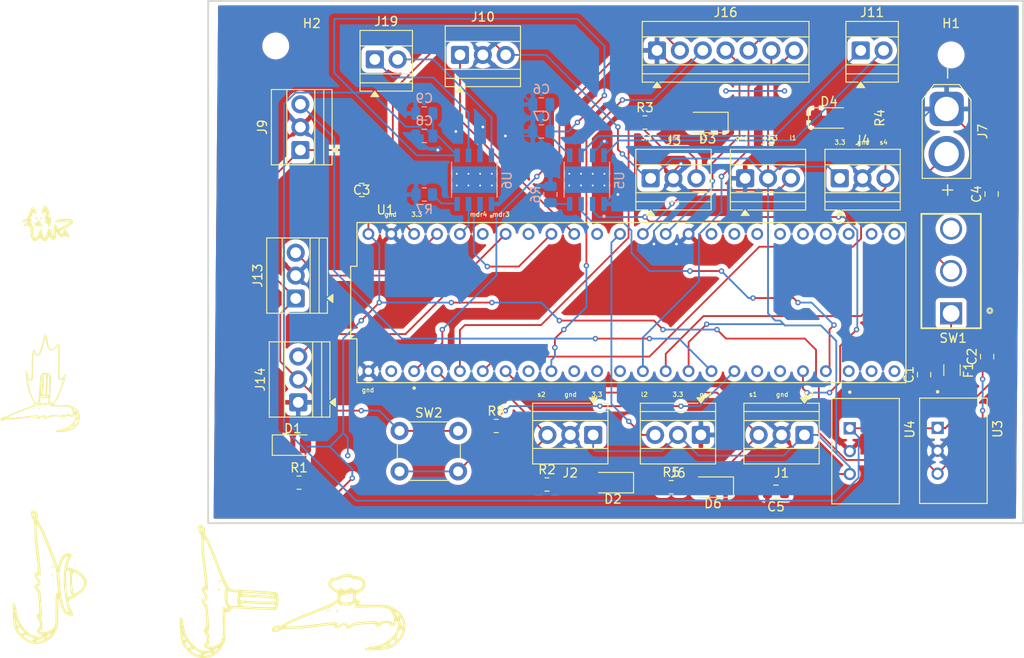
<source format=kicad_pcb>
(kicad_pcb (version 20241229) (generator "pcbnew") (generator_version "9.0")
  (layers (0 "F.Cu" signal) (2 "B.Cu" signal) (13 "F.Paste" user) (15 "B.Paste" user) (5 "F.SilkS" user "F.Silkscreen") (7 "B.SilkS" user "B.Silkscreen") (1 "F.Mask" user) (3 "B.Mask" user) (25 "Edge.Cuts" user))
  (net 0 "")
  (net 1 "+12V")
  (net 2 "+5V")
  (net 3 "+3.3V")
  (net 4 "s2")
  (net 5 "s3")
  (net 6 "s4")
  (net 7 "Net-(SW1-A)")
  (net 8 "s1")
  (net 9 "L1")
  (net 10 "L2")
  (net 11 "start")
  (net 13 "Net-(U5-ILIM)")
  (net 15 "unconnected-(U1-RX1-Pad0)")
  (net 16 "MOSI")
  (net 18 "unconnected-(U1-A7-Pad21)")
  (net 20 "GND")
  (net 21 "Net-(D1-A)")
  (net 23 "CE")
  (net 28 "SCK")
  (net 29 "MISO")
  (net 32 "mdr4")
  (net 33 "Net-(J11-Pin_2)")
  (net 34 "Net-(J11-Pin_1)")
  (net 35 "Net-(J7-Pin_2)")
  (net 36 "Net-(D2-A)")
  (net 37 "Net-(D3-A)")
  (net 38 "Net-(D4-A)")
  (net 39 "Net-(D6-A)")
  (net 40 "mdr1")
  (net 41 "mdr2")
  (net 42 "mdr3")
  (net 46 "s5")
  (net 47 "s6")
  (net 48 "L4")
  (net 49 "L3")
  (net 50 "~CSN")
  (net 52 "Net-(J19-Pin_1)")
  (net 53 "Net-(J19-Pin_2)")
  (net 54 "Net-(U6-ILIM)")
  (net 57 "GPIO pin")
  (footprint "pleseowrk:voltageregulator" (layer "F.Cu") (at 158.25 111.96 -90)
    (property "Reference" "U3")
    (property "Value" "R-78K5.0-0.5 (vr 5v)")
  )
  (footprint "Capacitor_SMD:C_0805_2012Metric" (layer "F.Cu") (at 92.55 83)
    (property "Reference" "C3")
    (property "Value" "0.1uF")
  )
  (footprint "Fuse:Fuse_1206_3216Metric" (layer "F.Cu") (at 158.1 103 -90)
    (property "Reference" "F1")
    (property "Value" "Fuse")
  )
  (footprint "Resistor_SMD:R_0805_2012Metric" (layer "F.Cu") (at 113.1225 115.7)
    (property "Reference" "R2")
    (property "Value" "R_US")
  )
  (footprint "Capacitor_SMD:C_0805_2012Metric" (layer "F.Cu") (at 162 101.5 90)
    (property "Reference" "C2")
    (property "Value" "10 uF")
  )
  (footprint "TerminalBlock:TerminalBlock_Xinya_XY308-2.54-3P_1x03_P2.54mm_Horizontal" (layer "F.Cu") (at 130.21 110.2 180)
    (property "Reference" "J6")
    (property "Value" "line 2")
  )
  (footprint "LOGO" (layer "F.Cu") (at 58 126 -90)
    (property "Reference" "G***" (hide yes))
    (property "Value" "LOGO" (hide yes))
  )
  (footprint "TerminalBlock:TerminalBlock_Xinya_XY308-2.54-2P_1x02_P2.54mm_Horizontal" (layer "F.Cu") (at 94 68.5)
    (property "Reference" "J19")
    (property "Value" "motor 2")
  )
  (footprint "LOGO" (layer "F.Cu") (at 58 87)
    (property "Reference" "G***" (hide yes))
    (property "Value" "LOGO" (hide yes))
  )
  (footprint "TerminalBlock:TerminalBlock_Xinya_XY308-2.54-3P_1x03_P2.54mm_Horizontal" (layer "F.Cu") (at 135.13 81.7)
    (property "Reference" "J5")
    (property "Value" "line 1")
  )
  (footprint "TerminalBlock:TerminalBlock_Xinya_XY308-2.54-3P_1x03_P2.54mm_Horizontal" (layer "F.Cu") (at 85.5 106.58 90)
    (property "Reference" "J14")
    (property "Value" "line 4")
  )
  (footprint "LED_SMD:LED_1206_3216Metric" (layer "F.Cu") (at 84.9 111.33)
    (property "Reference" "D1")
    (property "Value" "LED")
  )
  (footprint "TerminalBlock:TerminalBlock_Xinya_XY308-2.54-7P_1x07_P2.54mm_Horizontal" (layer "F.Cu") (at 125.34 67.5)
    (property "Reference" "J16")
    (property "Value" "Screw_Terminal_01x07")
  )
  (footprint "pleseowrk:teensy" (layer "F.Cu") (at 122.5 95.5)
    (property "Reference" "U1")
    (property "Value" "DEV-16771")
  )
  (footprint "Resistor_SMD:R_0805_2012Metric" (layer "F.Cu") (at 150.0875 75 180)
    (property "Reference" "R4")
    (property "Value" "R_US")
  )
  (footprint "LOGO" (layer "F.Cu") (at 57 104.5)
    (property "Reference" "G***" (hide yes))
    (property "Value" "LOGO" (hide yes))
  )
  (footprint "LED_SMD:LED_1206_3216Metric" (layer "F.Cu") (at 130.95 75.5 180)
    (property "Reference" "D3")
    (property "Value" "LED")
  )
  (footprint "TerminalBlock:TerminalBlock_Xinya_XY308-2.54-2P_1x02_P2.54mm_Horizontal" (layer "F.Cu") (at 147.96 67.5)
    (property "Reference" "J11")
    (property "Value" "motor 1")
  )
  (footprint "Connector_AMASS:AMASS_XT30U-F_1x02_P5.0mm_Vertical" (layer "F.Cu") (at 157.5 74 -90)
    (property "Reference" "J7")
    (property "Value" "Battery")
  )
  (footprint "LED_SMD:LED_1206_3216Metric" (layer "F.Cu") (at 131.55 116 180)
    (property "Reference" "D6")
    (property "Value" "LED")
  )
  (footprint "TerminalBlock:TerminalBlock_Xinya_XY308-2.54-3P_1x03_P2.54mm_Horizontal" (layer "F.Cu") (at 85.735 78.5625 90)
    (property "Reference" "J9")
    (property "Value" "distance 5")
  )
  (footprint "pleseowrk:voltageregulator" (layer "F.Cu") (at 148.5 112 -90)
    (property "Reference" "U4")
    (property "Value" "R-78K5.0-0.5 (vr 3.3v)")
  )
  (footprint "Resistor_SMD:R_0805_2012Metric" (layer "F.Cu") (at 126.9125 116)
    (property "Reference" "R5")
    (property "Value" "R_US")
  )
  (footprint "TerminalBlock:TerminalBlock_Xinya_XY308-2.54-3P_1x03_P2.54mm_Horizontal" (layer "F.Cu") (at 124.63 81.7)
    (property "Reference" "J3")
    (property "Value" "distance 3")
  )
  (footprint "Button_Switch_THT:SW_PUSH_6mm" (layer "F.Cu") (at 96.75 109.75)
    (property "Reference" "SW2")
    (property "Value" "SW_Push")
  )
  (footprint "LOGO" (layer "F.Cu") (at 78 127.5 -90)
    (property "Reference" "G***" (hide yes))
    (property "Value" "LOGO" (hide yes))
  )
  (footprint "TerminalBlock:TerminalBlock_Xinya_XY308-2.54-3P_1x03_P2.54mm_Horizontal" (layer "F.Cu") (at 141.71 110.2 180)
    (property "Reference" "J1")
    (property "Value" "distance 1")
  )
  (footprint "TerminalBlock:TerminalBlock_Xinya_XY308-2.54-3P_1x03_P2.54mm_Horizontal" (layer "F.Cu") (at 85.2175 95.045 90)
    (property "Reference" "J13")
    (property "Value" "distance 6")
  )
  (footprint "MountingHole:MountingHole_2.5mm" (layer "F.Cu") (at 83 67)
    (property "Reference" "H2")
    (property "Value" "MountingHole")
  )
  (footprint "pleseowrk:switch" (layer "F.Cu") (at 158 92 180)
    (property "Reference" "SW1")
    (property "Value" "SW_SPDT")
  )
  (footprint "Resistor_SMD:R_0805_2012Metric" (layer "F.Cu") (at 124 75.5)
    (property "Reference" "R3")
    (property "Value" "R_US")
  )
  (footprint "MountingHole:MountingHole_2.5mm" (layer "F.Cu") (at 158 68)
    (property "Reference" "H1")
    (property "Value" "MountingHole")
  )
  (footprint "LED_SMD:LED_1206_3216Metric" (layer "F.Cu") (at 120.45 115.5 180)
    (property "Reference" "D2")
    (property "Value" "LED")
  )
  (footprint "Resistor_SMD:R_0805_2012Metric" (layer "F.Cu") (at 107.48 109.2)
    (property "Reference" "R8")
    (property "Value" "R_US")
  )
  (footprint "TerminalBlock:TerminalBlock_Xinya_XY308-2.54-3P_1x03_P2.54mm_Horizontal" (layer "F.Cu") (at 103.46 68)
    (property "Reference" "J10")
    (property "Value" "start")
  )
  (footprint "LED_SMD:LED_1206_3216Metric" (layer "F.Cu") (at 144.45 75)
    (property "Reference" "D4")
    (property "Value" "LED")
  )
  (footprint "TerminalBlock:TerminalBlock_Xinya_XY308-2.54-3P_1x03_P2.54mm_Horizontal" (layer "F.Cu") (at 118.25 110.2 180)
    (property "Reference" "J2")
    (property "Value" "distance 2")
  )
  (footprint "Capacitor_SMD:C_0805_2012Metric" (layer "F.Cu") (at 162.5 83.45 90)
    (property "Reference" "C4")
    (property "Value" "10uF")
  )
  (footprint "TerminalBlock:TerminalBlock_Xinya_XY308-2.54-3P_1x03_P2.54mm_Horizontal" (layer "F.Cu") (at 145.63 81.7)
    (property "Reference" "J4")
    (property "Value" "distance 4")
  )
  (footprint "Resistor_SMD:R_0805_2012Metric" (layer "F.Cu") (at 85.5875 115.5)
    (property "Reference" "R1")
    (property "Value" "R_US")
  )
  (footprint "LOGO" (layer "F.Cu") (at 90 130)
    (property "Reference" "G***" (hide yes))
    (property "Value" "LOGO" (hide yes))
  )
  (footprint "Capacitor_SMD:C_0805_2012Metric" (layer "F.Cu") (at 155 103.5 90)
    (property "Reference" "C1")
    (property "Value" "10uF")
  )
  (footprint "Capacitor_SMD:C_0805_2012Metric" (layer "F.Cu") (at 138.55 116.5 180)
    (property "Reference" "C5")
    (property "Value" "10uF")
  )
  (footprint "Resistor_SMD:R_0805_2012Metric" (layer "B.Cu") (at 113.5 83.5 -90)
    (property "Reference" "R6")
    (property "Value" "R_US")
  )
  (footprint "DRV8871DDAR:VREG_LM5017MR_NOPB" (layer "B.Cu") (at 105.05 81.85 90)
    (property "Reference" "U6")
    (property "Value" "motor driver 2")
  )
  (footprint "Capacitor_SMD:C_0805_2012Metric" (layer "B.Cu") (at 112.5 73.5 180)
    (property "Reference" "C6")
    (property "Value" "10 uF")
  )
  (footprint "Capacitor_SMD:C_0805_2012Metric" (layer "B.Cu") (at 99.5 74.5 180)
    (property "Reference" "C9")
    (property "Value" "10 uF")
  )
  (footprint "Capacitor_SMD:C_0805_2012Metric" (layer "B.Cu") (at 99.5 77 180)
    (property "Reference" "C8")
    (property "Value" "10 uF")
  )
  (footprint "DRV8871DDAR:VREG_LM5017MR_NOPB" (layer "B.Cu") (at 117.55 81.85 90)
    (property "Reference" "U5")
    (property "Value" "motor driver 1")
  )
  (footprint "Capacitor_SMD:C_0805_2012Metric" (layer "B.Cu") (at 112.5 76.5 180)
    (property "Reference" "C7")
    (property "Value" "10 uF")
  )
  (footprint "Resistor_SMD:R_0805_2012Metric" (layer "B.Cu") (at 99.5 83.5)
    (property "Reference" "R7")
    (property "Value" "R_US")
  )
  (gr_line (start 157.5 92) (end 158 92) (stroke (width 0.2)) (layer "F.Cu") (net 35))
  (gr_line (start 158 92) (end 157.5 92) (stroke (width 0.2)) (layer "F.Cu") (net 35))
  (gr_line (start 158 93) (end 158 92.5) (stroke (width 0.2)) (layer "B.Cu") (net 35))
  (gr_rect (start 75.5 62) (end 166 120) (stroke (width 0.2)) (fill no) (layer "Edge.Cuts"))
  (gr_text "gnd" (at 134 77.5 0) (layer "F.SilkS") (effects (font (size 0.5 0.5) (thickness 0.1) (bold yes)) (justify left bottom)))
  (gr_text "s3" (at 130 77.5 0) (layer "F.SilkS") (effects (font (size 0.5 0.5) (thickness 0.1) (bold yes)) (justify left bottom)))
  (gr_text "3.3" (at 118 106 0) (layer "F.SilkS") (effects (font (size 0.5 0.5) (thickness 0.1) (bold yes)) (justify left bottom)))
  (gr_text "gnd" (at 92.5 105.5 0) (layer "F.SilkS") (effects (font (size 0.5 0.5) (thickness 0.1) (bold yes)) (justify left bottom)))
  (gr_text "gnd" (at 115 106 0) (layer "F.SilkS") (effects (font (size 0.5 0.5) (thickness 0.1) (bold yes)) (justify left bottom)))
  (gr_text "s4" (at 150 78 0) (layer "F.SilkS") (effects (font (size 0.5 0.5) (thickness 0.1) (bold yes)) (justify left bottom)))
  (gr_text "gnd" (at 95 86 0) (layer "F.SilkS") (effects (font (size 0.5 0.5) (thickness 0.1) (bold yes)) (justify left bottom)))
  (gr_text "3.3" (at 137.5 77.5 0) (layer "F.SilkS") (effects (font (size 0.5 0.5) (thickness 0.1) (bold yes)) (justify left bottom)))
  (gr_text "3.3" (at 127 106 0) (layer "F.SilkS") (effects (font (size 0.5 0.5) (thickness 0.1) (bold yes)) (justify left bottom)))
  (gr_text "3.3" (at 145 78 0) (layer "F.SilkS") (effects (font (size 0.5 0.5) (thickness 0.1) (bold yes)) (justify left bottom)))
  (gr_text "mdr3" (at 107 86 0) (layer "F.SilkS") (effects (font (size 0.5 0.5) (thickness 0.1) (bold yes)) (justify left bottom)))
  (gr_text "gnd" (at 138.5 106 0) (layer "F.SilkS") (effects (font (size 0.5 0.5) (thickness 0.1) (bold yes)) (justify left bottom)))
  (gr_text "l1" (at 140 77.5 0) (layer "F.SilkS") (effects (font (size 0.5 0.5) (thickness 0.1) (bold yes)) (justify left bottom)))
  (gr_text "gnd" (at 130 106 0) (layer "F.SilkS") (effects (font (size 0.5 0.5) (thickness 0.1) (bold yes)) (justify left bottom)))
  (gr_text "gnd" (at 147.5 78 0) (layer "F.SilkS") (effects (font (size 0.5 0.5) (thickness 0.1) (bold yes)) (justify left bottom)))
  (gr_text "3.3" (at 98 86 0) (layer "F.SilkS") (effects (font (size 0.5 0.5) (thickness 0.1) (bold yes)) (justify left bottom)))
  (gr_text "gnd" (at 126.5 77.5 0) (layer "F.SilkS") (effects (font (size 0.5 0.5) (thickness 0.1) (bold yes)) (justify left bottom)))
  (gr_text "3.3" (at 123.5 77.5 0) (layer "F.SilkS") (effects (font (size 0.5 0.5) (thickness 0.1) (bold yes)) (justify left bottom)))
  (gr_text "3.3" (at 141.5 106 0) (layer "F.SilkS") (effects (font (size 0.5 0.5) (thickness 0.1) (bold yes)) (justify left bottom)))
  (gr_text "l2" (at 123.5 106 0) (layer "F.SilkS") (effects (font (size 0.5 0.5) (thickness 0.1) (bold yes)) (justify left bottom)))
  (gr_text "s1" (at 135.5 106 0) (layer "F.SilkS") (effects (font (size 0.5 0.5) (thickness 0.1) (bold yes)) (justify left bottom)))
  (gr_text "mdr4" (at 104.5 86 0) (layer "F.SilkS") (effects (font (size 0.5 0.5) (thickness 0.1) (bold yes)) (justify left bottom)))
  (gr_text "s2" (at 112 106 0) (layer "F.SilkS") (effects (font (size 0.5 0.5) (thickness 0.1) (bold yes)) (justify left bottom)))
  (via (at 133 72) (size 0.6) (drill 0.3) (layers "F.Cu" "B.Cu") (net 0))
  (via (at 139.5 72) (size 0.6) (drill 0.3) (layers "F.Cu" "B.Cu") (net 0))
  (segment (start 133 72) (end 139.5 72) (width 0.2) (layer "B.Cu") (net 0))
  (segment (start 158.1 104.4) (end 158.1 108.699) (width 0.2) (layer "F.Cu") (net 1))
  (segment (start 119.5 72.5) (end 116.5 75.5) (width 0.2) (layer "F.Cu") (net 1))
  (segment (start 157.339 109.46) (end 149.5 109.46) (width 0.2) (layer "F.Cu") (net 1))
  (segment (start 163.9 102.899) (end 163.9 85) (width 0.2) (layer "F.Cu") (net 1))
  (segment (start 162.5 84.4) (end 163.3 84.4) (width 0.2) (layer "F.Cu") (net 1))
  (segment (start 163.3 84.4) (end 163.9 85) (width 0.2) (layer "F.Cu") (net 1))
  (segment (start 160.3995 106.3995) (end 162.1495 104.6495) (width 0.2) (layer "F.Cu") (net 1))
  (segment (start 156.5 109.42) (end 157.379 109.42) (width 0.2) (layer "F.Cu") (net 1))
  (segment (start 157.379 109.42) (end 160.3995 106.3995) (width 0.2) (layer "F.Cu") (net 1))
  (segment (start 162.1495 104.6495) (end 163.9 102.899) (width 0.2) (layer "F.Cu") (net 1))
  (segment (start 149.99 109.46) (end 149.5 109.46) (width 0.2) (layer "F.Cu") (net 1))
  (segment (start 155 104.45) (end 149.99 109.46) (width 0.2) (layer "F.Cu") (net 1))
  (segment (start 158.1 108.699) (end 157.339 109.46) (width 0.2) (layer "F.Cu") (net 1))
  (segment (start 149.5 109.46) (end 147.435 109.46) (width 0.2) (layer "F.Cu") (net 1))
  (via (at 116.5 75.5) (size 0.6) (drill 0.3) (layers "F.Cu" "B.Cu") (net 1))
  (via (at 119.5 72.5) (size 0.6) (drill 0.3) (layers "F.Cu" "B.Cu") (net 1))
  (segment (start 91.9329 117.5) (end 83.9165 109.4836) (width 0.2) (layer "B.Cu") (net 1))
  (segment (start 83.9165 73.461108) (end 85.196108 72.1815) (width 0.2) (layer "B.Cu") (net 1))
  (segment (start 97.43316 75.974) (end 99.03516 75.974) (width 0.2) (layer "B.Cu") (net 1))
  (segment (start 147.73 110.44) (end 147.73 114.94593) (width 0.2) (layer "B.Cu") (net 1))
  (segment (start 146.75 109.46) (end 147.73 110.44) (width 0.2) (layer "B.Cu") (net 1))
  (segment (start 83.9165 109.4836) (end 83.9165 73.461108) (width 0.2) (layer "B.Cu") (net 1))
  (segment (start 99.66942 76.21942) (end 100.45 77) (width 0.2) (layer "B.Cu") (net 1))
  (segment (start 89.5 64) (end 116.5 64) (width 0.2) (layer "B.Cu") (net 1))
  (segment (start 119.5 67) (end 119.5 72.5) (width 0.2) (layer "B.Cu") (net 1))
  (segment (start 99.03516 75.974) (end 99.28058 76.21942) (width 0.2) (layer "B.Cu") (net 1))
  (segment (start 103.145 79.15) (end 98.65 79.15) (width 0.2) (layer "B.Cu") (net 1))
  (segment (start 85.196108 72.1815) (end 93.64066 72.1815) (width 0.2) (layer "B.Cu") (net 1))
  (segment (start 93.64066 72.1815) (end 97.43316 75.974) (width 0.2) (layer "B.Cu") (net 1))
  (segment (start 103.145 79.15) (end 100.995 77) (width 0.2) (layer "B.Cu") (net 1))
  (segment (start 116.5 75.5) (end 115.5 76.5) (width 0.2) (layer "B.Cu") (net 1))
  (segment (start 115.5 76.5) (end 113.45 76.5) (width 0.2) (layer "B.Cu") (net 1))
  (segment (start 113.45 76.5) (end 113 76.5) (width 0.2) (layer "B.Cu") (net 1))
  (segment (start 113.45 76.955) (end 113.45 76.5) (width 0.2) (layer "B.Cu") (net 1))
  (segment (start 99.28058 76.21942) (end 99.66942 76.21942) (width 0.2) (layer "B.Cu") (net 1))
  (segment (start 89.5 70) (end 89.5 64) (width 0.2) (layer "B.Cu") (net 1))
  (segment (start 147.73 114.94593) (end 145.17593 117.5) (width 0.2) (layer "B.Cu") (net 1))
  (segment (start 113.45 73.5) (end 113.45 76.5) (width 0.2) (layer "B.Cu") (net 1))
  (segment (start 116.5 64) (end 119.5 67) (width 0.2) (layer "B.Cu") (net 1))
  (segment (start 115.645 79.15) (end 113.45 76.955) (width 0.2) (layer "B.Cu") (net 1))
  (segment (start 98.65 79.15) (end 89.5 70) (width 0.2) (layer "B.Cu") (net 1))
  (segment (start 100.45 77) (end 100.45 74.5) (width 0.2) (layer "B.Cu") (net 1))
  (segment (start 145.17593 117.5) (end 91.9329 117.5) (width 0.2) (layer "B.Cu") (net 1))
  (segment (start 100.995 77) (end 100.45 77) (width 0.2) (layer "B.Cu") (net 1))
  (segment (start 143.31042 104.31042) (end 143 104) (width 0.2) (layer "F.Cu") (net 2))
  (segment (start 161.5 104) (end 161.5 102.95) (width 0.2) (layer "F.Cu") (net 2))
  (segment (start 154.979 112.979) (end 146.344484 112.979) (width 0.2) (layer "F.Cu") (net 2))
  (segment (start 156.5 114.5) (end 154.979 112.979) (width 0.2) (layer "F.Cu") (net 2))
  (segment (start 84.5 118) (end 84.675 117.825) (width 0.2) (layer "F.Cu") (net 2))
  (segment (start 93.29 87.88) (end 93.29 83.21) (width 0.2) (layer "F.Cu") (net 2))
  (segment (start 84.675 117.825) (end 84.675 115.5) (width 0.2) (layer "F.Cu") (net 2))
  (segment (start 88.5 118) (end 84.5 118) (width 0.2) (layer "F.Cu") (net 2))
  (segment (start 126 98.5) (end 125 97.5) (width 0.2) (layer "F.Cu") (net 2))
  (segment (start 107 95.5) (end 102.5 95.5) (width 0.2) (layer "F.Cu") (net 2))
  (segment (start 143 100.75) (end 141.75 99.5) (width 0.2) (layer "F.Cu") (net 2))
  (segment (start 161.5 102.95) (end 162 102.45) (width 0.2) (layer "F.Cu") (net 2))
  (segment (start 143.31042 109.944936) (end 143.31042 104.31042) (width 0.2) (layer "F.Cu") (net 2))
  (segment (start 125 97.5) (end 114.5 97.5) (width 0.2) (layer "F.Cu") (net 2))
  (segment (start 146.344484 112.979) (end 143.31042 109.944936) (width 0.2) (layer "F.Cu") (net 2))
  (segment (start 133 99.5) (end 132 98.5) (width 0.2) (layer "F.Cu") (net 2))
  (segment (start 143 104) (end 143 100.75) (width 0.2) (layer "F.Cu") (net 2))
  (segment (start 156.55 114.55) (end 156.5 114.5) (width 0.2) (layer "F.Cu") (net 2))
  (segment (start 94.5 95.5) (end 92.5 97.5) (width 0.2) (layer "F.Cu") (net 2))
  (segment (start 91.5 115) (end 88.5 118) (width 0.2) (layer "F.Cu") (net 2))
  (segment (start 141.75 99.5) (end 133 99.5) (width 0.2) (layer "F.Cu") (net 2))
  (segment (start 161.5 109.5) (end 161.5 107.5) (width 0.2) (layer "F.Cu") (net 2))
  (segment (start 156.5 114.5) (end 161.5 109.5) (width 0.2) (layer "F.Cu") (net 2))
  (via (at 161.5 107.5) (size 0.6) (drill 0.3) (layers "F.Cu" "B.Cu") (net 2))
  (via (at 161.5 104) (size 0.6) (drill 0.3) (layers "F.Cu" "B.Cu") (net 2))
  (via (at 107 95.5) (size 0.6) (drill 0.3) (layers "F.Cu" "B.Cu") (net 2))
  (via (at 114.5 97.5) (size 0.6) (drill 0.3) (layers "F.Cu" "B.Cu") (net 2))
  (via (at 132 98.5) (size 0.6) (drill 0.3) (layers "F.Cu" "B.Cu") (net 2))
  (via (at 92.5 97.5) (size 0.6) (drill 0.3) (layers "F.Cu" "B.Cu") (net 2))
  (via (at 91.5 115) (size 0.6) (drill 0.3) (layers "F.Cu" "B.Cu") (net 2))
  (via (at 91 112.5) (size 0.6) (drill 0.3) (layers "F.Cu" "B.Cu") (net 2))
  (via (at 94.5 95.5) (size 0.6) (drill 0.3) (layers "F.Cu" "B.Cu") (net 2))
  (via (at 126 98.5) (size 0.6) (drill 0.3) (layers "F.Cu" "B.Cu") (net 2))
  (via (at 102.5 95.5) (size 0.6) (drill 0.3) (layers "F.Cu" "B.Cu") (net 2))
  (segment (start 132 98.5) (end 126 98.5) (width 0.2) (layer "B.Cu") (net 2))
  (segment (start 89 111.5) (end 91.5 114) (width 0.2) (layer "B.Cu") (net 2))
  (segment (start 90.5 110) (end 89 111.5) (width 0.2) (layer "B.Cu") (net 2))
  (segment (start 91.5 114) (end 91.5 115) (width 0.2) (layer "B.Cu") (net 2))
  (segment (start 112.5 95.5) (end 107 95.5) (width 0.2) (layer "B.Cu") (net 2))
  (segment (start 93.29 87.88) (end 94.5 89.09) (width 0.2) (layer "B.Cu") (net 2))
  (segment (start 102.5 95.5) (end 94.5 95.5) (width 0.2) (layer "B.Cu") (net 2))
  (segment (start 161.5 107.5) (end 161.5 104) (width 0.2) (layer "B.Cu") (net 2))
  (segment (start 156.5 114.5) (end 156 114.5) (width 0.2) (layer "B.Cu") (net 2))
  (segment (start 91 112.5) (end 91 110.5) (width 0.2) (layer "B.Cu") (net 2))
  (segment (start 89 111.5) (end 86.5 111.5) (width 0.2) (layer "B.Cu") (net 2))
  (segment (start 91 110.5) (end 90.5 110) (width 0.2) (layer "B.Cu") (net 2))
  (segment (start 92.5 97.5) (end 90.5 99.5) (width 0.2) (layer "B.Cu") (net 2))
  (segment (start 94.5 89.09) (end 94.5 95.5) (width 0.2) (layer "B.Cu") (net 2))
  (segment (start 90.5 99.5) (end 90.5 110) (width 0.2) (layer "B.Cu") (net 2))
  (segment (start 114.5 97.5) (end 112.5 95.5) (width 0.2) (layer "B.Cu") (net 2))
  (segment (start 85.2175 95.045) (end 83.5 96.7625) (width 0.2) (layer "F.Cu") (net 3))
  (segment (start 106.54 66) (end 102 66) (width 0.2) (layer "F.Cu") (net 3))
  (segment (start 146.75 114.54) (end 141.46 114.54) (width 0.2) (layer "F.Cu") (net 3))
  (segment (start 102 66) (end 96 72) (width 0.2) (layer "F.Cu") (net 3))
  (segment (start 82.5 81.7975) (end 85.735 78.5625) (width 0.2) (layer "F.Cu") (net 3))
  (segment (start 91.5625 78.5625) (end 96 83) (width 0.2) (layer "F.Cu") (net 3))
  (segment (start 137.67 70.41) (end 137.67 81.7) (width 0.2) (layer "F.Cu") (net 3))
  (segment (start 83.5 96.7625) (end 83.5 102.04) (width 0.2) (layer "F.Cu") (net 3))
  (segment (start 96 85.51) (end 98.37 87.88) (width 0.2) (layer "F.Cu") (net 3))
  (segment (start 85.735 78.5625) (end 91.5625 78.5625) (width 0.2) (layer "F.Cu") (net 3))
  (segment (start 85.2175 95.045) (end 82.5 92.3275) (width 0.2) (layer "F.Cu") (net 3))
  (segment (start 141.46 114.54) (end 139.5 116.5) (width 0.2) (layer "F.Cu") (net 3))
  (segment (start 96 72) (end 96 83) (width 0.2) (layer "F.Cu") (net 3))
  (segment (start 121.5 79) (end 121 78.5) (width 0.2) (layer "F.Cu") (net 3))
  (segment (start 121 78.5) (end 121 76) (width 0.2) (layer "F.Cu") (net 3))
  (segment (start 96 83) (end 96 85.51) (width 0.2) (layer "F.Cu") (net 3))
  (segment (start 88.96 107.5) (end 85.5 104.04) (width 0.2) (layer "F.Cu") (net 3))
  (segment (start 140.58 67.5) (end 137.67 70.41) (width 0.2) (layer "F.Cu") (net 3))
  (segment (start 96.75 109.75) (end 103.25 109.75) (width 0.2) (layer "F.Cu") (net 3))
  (segment (start 108.54 68) (end 106.54 66) (width 0.2) (layer "F.Cu") (net 3))
  (segment (start 82.5 92.3275) (end 82.5 81.7975) (width 0.2) (layer "F.Cu") (net 3))
  (segment (start 128.85 103.12) (end 128.85 99.9) (width 0.2) (layer "F.Cu") (net 3))
  (segment (start 92.5 107.5) (end 88.96 107.5) (width 0.2) (layer "F.Cu") (net 3))
  (segment (start 83.5 102.04) (end 85.5 104.04) (width 0.2) (layer "F.Cu") (net 3))
  (segment (start 128.85 99.9) (end 130.85 97.9) (width 0.2) (layer "F.Cu") (net 3))
  (via (at 121.5 79) (size 0.6) (drill 0.3) (layers "F.Cu" "B.Cu") (net 3))
  (via (at 130.85 97.9) (size 0.6) (drill 0.3) (layers "F.Cu" "B.Cu") (net 3))
  (via (at 121 76) (size 0.6) (drill 0.3) (layers "F.Cu" "B.Cu") (net 3))
  (via (at 92.5 107.5) (size 0.6) (drill 0.3) (layers "F.Cu" "B.Cu") (net 3))
  (segment (start 124.63 81.7) (end 124.63 81.87) (width 0.2) (layer "B.Cu") (net 3))
  (segment (start 108.54 68) (end 113 68) (width 0.2) (layer "B.Cu") (net 3))
  (segment (start 118.5 112) (end 125.87 112) (width 0.2) (layer "B.Cu") (net 3))
  (segment (start 146.75 113.75) (end 146.75 114.54) (width 0.2) (layer "B.Cu") (net 3))
  (segment (start 125.87 112) (end 127.67 110.2) (width 0.2) (layer "B.Cu") (net 3))
  (segment (start 124.63 81.7) (end 124.2 81.7) (width 0.2) (layer "B.Cu") (net 3))
  (segment (start 113 68) (end 121 76) (width 0.2) (layer "B.Cu") (net 3))
  (segment (start 139.4 97.9) (end 139.54 98.04) (width 0.2) (layer "B.Cu") (net 3))
  (segment (start 127.67 110.2) (end 129.97 112.5) (width 0.2) (layer "B.Cu") (net 3))
  (segment (start 137.67 96.7) (end 138.47 97.5) (width 0.2) (layer "B.Cu") (net 3))
  (segment (start 145.25 99.75884) (end 145.25 112.25) (width 0.2) (layer "B.Cu") (net 3))
  (segment (start 118.25 111.75) (end 118.5 112) (width 0.2) (layer "B.Cu") (net 3))
  (segment (start 129.97 112.5) (end 139 112.5) (width 0.2) (layer "B.Cu") (net 3))
  (segment (start 141.71 110.2) (end 143.2 110.2) (width 0.2) (layer "B.Cu") (net 3))
  (segment (start 124.63 81.87) (end 127 79.5) (width 0.2) (layer "B.Cu") (net 3))
  (segment (start 124.2 81.7) (end 121.5 79) (width 0.2) (layer "B.Cu") (net 3))
  (segment (start 118.25 110.2) (end 118.25 111.75) (width 0.2) (layer "B.Cu") (net 3))
  (segment (start 137.67 81.7) (end 137.67 96.7) (width 0.2) (layer "B.Cu") (net 3))
  (segment (start 145.25 112.25) (end 146.75 113.75) (width 0.2) (layer "B.Cu") (net 3))
  (segment (start 130.85 97.9) (end 139.4 97.9) (width 0.2) (layer "B.Cu") (net 3))
  (segment (start 96.75 109.75) (end 94.5 107.5) (width 0.2) (layer "B.Cu") (net 3))
  (segment (start 141.71 110.2) (end 139.41 112.5) (width 0.2) (layer "B.Cu") (net 3))
  (segment (start 139 97.5) (end 139.54 98.04) (width 0.2) (layer "B.Cu") (net 3))
  (segment (start 138.47 97.5) (end 139 97.5) (width 0.2) (layer "B.Cu") (net 3))
  (segment (start 139.54 98.04) (end 143.53116 98.04) (width 0.2) (layer "B.Cu") (net 3))
  (segment (start 138.97 80.4) (end 144.33 80.4) (width 0.2) (layer "B.Cu") (net 3))
  (segment (start 139.41 112.5) (end 139 112.5) (width 0.2) (layer "B.Cu") (net 3))
  (segment (start 135.47 79.5) (end 137.67 81.7) (width 0.2) (layer "B.Cu") (net 3))
  (segment (start 127 79.5) (end 135.47 79.5) (width 0.2) (layer "B.Cu") (net 3))
  (segment (start 143.53116 98.04) (end 145.25 99.75884) (width 0.2) (layer "B.Cu") (net 3))
  (segment (start 94.5 107.5) (end 92.5 107.5) (width 0.2) (layer "B.Cu") (net 3))
  (segment (start 143.2 110.2) (end 145.25 112.25) (width 0.2) (layer "B.Cu") (net 3))
  (segment (start 144.33 80.4) (end 145.63 81.7) (width 0.2) (layer "B.Cu") (net 3))
  (segment (start 137.67 81.7) (end 138.97 80.4) (width 0.2) (layer "B.Cu") (net 3))
  (segment (start 107.5 104.53) (end 107.5 104.5) (width 0.2) (layer "F.Cu") (net 4))
  (segment (start 113.17 110.33) (end 112.21 111.29) (width 0.2) (layer "F.Cu") (net 4))
  (segment (start 113.17 110.2) (end 113.17 110.33) (width 0.2) (layer "F.Cu") (net 4))
  (segment (start 113.17 110.2) (end 107.5 104.53) (width 0.2) (layer "F.Cu") (net 4))
  (segment (start 112.21 111.29) (end 112.21 115.7) (width 0.2) (layer "F.Cu") (net 4))
  (segment (start 107.5 104.5) (end 102.29 104.5) (width 0.2) (layer "F.Cu") (net 4))
  (segment (start 102.29 104.5) (end 100.91 103.12) (width 0.2) (layer "F.Cu") (net 4))
  (segment (start 129.71 79.66) (end 128.65 78.6) (width 0.2) (layer "F.Cu") (net 5))
  (segment (start 112.45916 98) (end 104 98) (width 0.2) (layer "F.Cu") (net 5))
  (segment (start 122.184 88.27516) (end 112.45916 98) (width 0.2) (layer "F.Cu") (net 5))
  (segment (start 128.65 78.6) (end 126.1875 78.6) (width 0.2) (layer "F.Cu") (net 5))
  (segment (start 103.45 98.55) (end 103.45 103.12) (width 0.2) (layer "F.Cu") (net 5))
  (segment (start 126.1875 78.6) (end 123.0875 75.5) (width 0.2) (layer "F.Cu") (net 5))
  (segment (start 129.71 81.7) (end 129.71 79.66) (width 0.2) (layer "F.Cu") (net 5))
  (segment (start 122.184 76.4035) (end 122.184 88.27516) (width 0.2) (layer "F.Cu") (net 5))
  (segment (start 104 98) (end 103.45 98.55) (width 0.2) (layer "F.Cu") (net 5))
  (segment (start 129.71 81.7) (end 129.3725 81.7) (width 0.2) (layer "F.Cu") (net 5))
  (segment (start 123.0875 75.5) (end 122.184 76.4035) (width 0.2) (layer "F.Cu") (net 5))
  (segment (start 105.99 103.12) (end 107.61 101.5) (width 0.2) (layer "F.Cu") (net 6))
  (segment (start 124.5 101.5) (end 136.7 89.3) (width 0.2) (layer "F.Cu") (net 6))
  (segment (start 107.61 101.5) (end 124.5 101.5) (width 0.2) (layer "F.Cu") (net 6))
  (segment (start 136.7 89.3) (end 147.1 89.3) (width 0.2) (layer "F.Cu") (net 6))
  (segment (start 151 81.41) (end 150.71 81.7) (width 0.2) (layer "F.Cu") (net 6))
  (segment (start 150.5 81.49) (end 150.71 81.7) (width 0.2) (layer "F.Cu") (net 6))
  (segment (start 150.71 82.79) (end 150.71 81.7) (width 0.2) (layer "F.Cu") (net 6))
  (segment (start 147.1 89.3) (end 148 88.4) (width 0.2) (layer "F.Cu") (net 6))
  (segment (start 148 85.5) (end 150.71 82.79) (width 0.2) (layer "F.Cu") (net 6))
  (segment (start 150.71 81.7) (end 150.71 75.29) (width 0.2) (layer "F.Cu") (net 6))
  (segment (start 150.71 75.29) (end 151 75) (width 0.2) (layer "F.Cu") (net 6))
  (segment (start 148 88.4) (end 148 85.5) (width 0.2) (layer "F.Cu") (net 6))
  (segment (start 158 101.5) (end 158.1 101.6) (width 0.2) (layer "F.Cu") (net 7))
  (segment (start 158 96.7) (end 158 101.5) (width 0.2) (layer "F.Cu") (net 7))
  (segment (start 132.63 114.2) (end 136.63 110.2) (width 0.2) (layer "F.Cu") (net 8))
  (segment (start 110.91 105.5) (end 108.53 103.12) (width 0.2) (layer "F.Cu") (net 8))
  (segment (start 136.63 110.2) (end 133.13 106.7) (width 0.2) (layer "F.Cu") (net 8))
  (segment (start 133.13 106.63) (end 132 105.5) (width 0.2) (layer "F.Cu") (net 8))
  (segment (start 126 116) (end 127.8 114.2) (width 0.2) (layer "F.Cu") (net 8))
  (segment (start 127.8 114.2) (end 132.63 114.2) (width 0.2) (layer "F.Cu") (net 8))
  (segment (start 132 105.5) (end 110.91 105.5) (width 0.2) (layer "F.Cu") (net 8))
  (segment (start 133.13 106.7) (end 133.13 106.63) (width 0.2) (layer "F.Cu") (net 8))
  (segment (start 138.91 83) (end 128.65 83) (width 0.2) (layer "F.Cu") (net 9))
  (segment (start 140.21 81.7) (end 138.91 83) (width 0.2) (layer "F.Cu") (net 9))
  (segment (start 127.15 84.5) (end 128.65 83) (width 0.2) (layer "F.Cu") (net 9))
  (segment (start 127 84.5) (end 127.15 84.5) (width 0.2) (layer "F.Cu") (net 9))
  (via (at 127 84.5) (size 0.6) (drill 0.3) (layers "F.Cu" "B.Cu") (net 9))
  (segment (start 127 84.65) (end 127 84.5) (width 0.2) (layer "B.Cu") (net 9))
  (segment (start 123.77 87.88) (end 127 84.65) (width 0.2) (layer "B.Cu") (net 9))
  (segment (start 123.71 110.2) (end 122.21 108.7) (width 0.2) (layer "F.Cu") (net 10))
  (segment (start 125.13 110.2) (end 123.71 110.2) (width 0.2) (layer "F.Cu") (net 10))
  (via (at 122.21 108.7) (size 0.6) (drill 0.3) (layers "F.Cu" "B.Cu") (net 10))
  (segment (start 120.276 106.766) (end 120.276 88.834) (width 0.2) (layer "B.Cu") (net 10))
  (segment (start 122.21 108.7) (end 120.276 106.766) (width 0.2) (layer "B.Cu") (net 10))
  (segment (start 120.276 88.834) (end 121.23 87.88) (width 0.2) (layer "B.Cu") (net 10))
  (segment (start 103.46 68) (end 103.46 75.19) (width 0.2) (layer "F.Cu") (net 11))
  (segment (start 103.46 75.19) (end 116.15 87.88) (width 0.2) (layer "F.Cu") (net 11))
  (segment (start 113.6375 84.55) (end 113.5 84.4125) (width 0.2) (layer "B.Cu") (net 13))
  (segment (start 115.645 84.55) (end 113.6375 84.55) (width 0.2) (layer "B.Cu") (net 13))
  (segment (start 95.626 102.72484) (end 95.626 103.51516) (width 0.2) (layer "F.Cu") (net 15))
  (segment (start 135.5 78.5) (end 132.5 81.5) (width 0.2) (layer "F.Cu") (net 16))
  (segment (start 135.5 71.5) (end 135.5 78.5) (width 0.2) (layer "F.Cu") (net 16))
  (segment (start 137.5 69.5) (end 135.5 71.5) (width 0.2) (layer "F.Cu") (net 16))
  (segment (start 138.04 68.96) (end 137.5 69.5) (width 0.2) (layer "F.Cu") (net 16))
  (segment (start 138.04 67.5) (end 138.04 68.96) (width 0.2) (layer "F.Cu") (net 16))
  (via (at 132.5 81.5) (size 0.6) (drill 0.3) (layers "F.Cu" "B.Cu") (net 16))
  (via (at 132.5 81.5) (size 0.6) (drill 0.3) (layers "F.Cu" "B.Cu") (net 16))
  (segment (start 130 87.919426) (end 130 93.150057) (width 0.2) (layer "B.Cu") (net 16))
  (segment (start 130 93.150057) (end 123.77 99.380057) (width 0.2) (layer "B.Cu") (net 16))
  (segment (start 123.77 99.380057) (end 123.77 103.12) (width 0.2) (layer "B.Cu") (net 16))
  (segment (start 132.5 85.5) (end 132.419426 85.5) (width 0.2) (layer "B.Cu") (net 16))
  (segment (start 132.5 81.5) (end 132.5 85.5) (width 0.2) (layer "B.Cu") (net 16))
  (segment (start 132.419426 85.5) (end 130 87.919426) (width 0.2) (layer "B.Cu") (net 16))
  (segment (start 106.185 87.685) (end 105.99 87.88) (width 0.2) (layer "B.Cu") (net 18))
  (segment (start 105.685 87.575) (end 105.99 87.88) (width 0.2) (layer "B.Cu") (net 18))
  (segment (start 146.75 112) (end 147.75 111) (width 0.2) (layer "F.Cu") (net 20))
  (segment (start 162.5 79) (end 162.5 82.5) (width 0.2) (layer "F.Cu") (net 20))
  (segment (start 157.5 74) (end 162.5 79) (width 0.2) (layer "F.Cu") (net 20))
  (segment (start 102.5 77.5) (end 103 77) (width 0.2) (layer "F.Cu") (net 20))
  (segment (start 121 75) (end 121.5 75) (width 0.2) (layer "F.Cu") (net 20))
  (segment (start 102.5 77.5) (end 102.75 77.25) (width 0.2) (layer "F.Cu") (net 20))
  (segment (start 101.45 78.55) (end 102.5 77.5) (width 0.2) (layer "F.Cu") (net 20))
  (segment (start 119.5 77.6) (end 119.5 79) (width 0.2) (layer "F.Cu") (net 20))
  (segment (start 119.5 76.5) (end 121 75) (width 0.2) (layer "F.Cu") (net 20))
  (segment (start 107 77) (end 106 76) (width 0.2) (layer "F.Cu") (net 20))
  (segment (start 101 78.55) (end 101.45 78.55) (width 0.2) (layer "F.Cu") (net 20))
  (segment (start 162 100.55) (end 161 99.55) (width 0.2) (layer "F.Cu") (net 20))
  (segment (start 133.0875 116.5) (end 133.0875 115.3475) (width 0.2) (layer "F.Cu") (net 20))
  (segment (start 161 99.55) (end 161 84) (width 0.2) (layer "F.Cu") (net 20))
  (segment (start 121 80.5) (end 121 83.5) (width 0.2) (layer "F.Cu") (net 20))
  (segment (start 127.5 89) (end 127.73 89) (width 0.2) (layer "F.Cu") (net 20))
  (segment (start 133.0875 115.3475) (end 133.13 115.305) (width 0.2) (layer "F.Cu") (net 20))
  (segment (start 119.5 77.6) (end 119.5 76.5) (width 0.2) (layer "F.Cu") (net 20))
  (segment (start 155.54 111) (end 156.5 111.96) (width 0.2) (layer "F.Cu") (net 20))
  (segment (start 127.73 89) (end 128.85 87.88) (width 0.2) (layer "F.Cu") (net 20))
  (segment (start 119.5 79) (end 121 80.5) (width 0.2) (layer "F.Cu") (net 20))
  (segment (start 147.75 111) (end 155.54 111) (width 0.2) (layer "F.Cu") (net 20))
  (segment (start 103 77) (end 103 76.5) (width 0.2) (layer "F.Cu") (net 20))
  (segment (start 125.34 67.5) (end 132.35 74.51) (width 0.2) (layer "F.Cu") (net 20))
  (segment (start 161 84) (end 162.5 82.5) (width 0.2) (layer "F.Cu") (net 20))
  (segment (start 108.5 77) (end 107 77) (width 0.2) (layer "F.Cu") (net 20))
  (segment (start 127.17 80.93) (end 128 80.1) (width 0.2) (layer "F.Cu") (net 20))
  (segment (start 132.35 74.51) (end 132.35 75.5) (width 0.2) (layer "F.Cu") (net 20))
  (via (at 103 76.5) (size 0.6) (drill 0.3) (layers "F.Cu" "B.Cu") (net 20))
  (via (at 108.5 77) (size 0.6) (drill 0.3) (layers "F.Cu" "B.Cu") (net 20))
  (via (at 128 80.1) (size 0.6) (drill 0.3) (layers "F.Cu" "B.Cu") (net 20))
  (via (at 119.5 77.6) (size 0.6) (drill 0.3) (layers "F.Cu" "B.Cu") (net 20))
  (via (at 127.5 89) (size 0.6) (drill 0.3) (layers "F.Cu" "B.Cu") (net 20))
  (via (at 135 85.5) (size 0.6) (drill 0.3) (layers "F.Cu" "B.Cu") (net 20))
  (via (at 106 76) (size 0.6) (drill 0.3) (layers "F.Cu" "B.Cu") (net 20))
  (via (at 121 83.5) (size 0.6) (drill 0.3) (layers "F.Cu" "B.Cu") (net 20))
  (via (at 101 78.55) (size 0.6) (drill 0.3) (layers "F.Cu" "B.Cu") (net 20))
  (via (at 125 89) (size 0.6) (drill 0.3) (layers "F.Cu" "B.Cu") (net 20))
  (segment (start 127.17 81.7) (end 128.17 82.7) (width 0.2) (layer "B.Cu") (net 20))
  (segment (start 121 83.5) (end 120.505 83.5) (width 0.2) (layer "B.Cu") (net 20))
  (segment (start 113.5 78.45) (end 111.55 76.5) (width 0.2) (layer "B.Cu") (net 20))
  (segment (start 106 76.5) (end 105.685 76.815) (width 0.2) (layer "B.Cu") (net 20))
  (segment (start 128.17 84.36) (end 125 87.53) (width 0.2) (layer "B.Cu") (net 20))
  (segment (start 125 87.53) (end 125 89) (width 0.2) (layer "B.Cu") (net 20))
  (segment (start 120.505 83.5) (end 119.455 84.55) (width 0.2) (layer "B.Cu") (net 20))
  (segment (start 118.185 78.915) (end 119.5 77.6) (width 0.2) (layer "B.Cu") (net 20))
  (segment (start 135.13 81.7) (end 135.13 85.37) (width 0.2) (layer "B.Cu") (net 20))
  (segment (start 105.685 76.815) (end 105.685 79.15) (width 0.2) (layer "B.Cu") (net 20))
  (segment (start 106 76) (end 106 76.5) (width 0.2) (layer "B.Cu") (net 20))
  (segment (start 106.05 68) (end 106 68) (width 0.2) (layer "B.Cu") (net 20))
  (segment (start 113.5 82.5875) (end 113.5 78.45) (width 0.2) (layer "B.Cu") (net 20))
  (segment (start 118.185 79.15) (end 118.185 78.915) (width 0.2) (layer "B.Cu") (net 20))
  (segment (start 148.17 81.7) (end 155.87 74) (width 0.2) (layer "B.Cu") (net 20))
  (segment (start 128.17 82.7) (end 128.17 84.36) (width 0.2) (layer "B.Cu") (net 20))
  (segment (start 111.05 77) (end 108.5 77) (width 0.2) (layer "B.Cu") (net 20))
  (segment (start 111.55 76.5) (end 111.05 77) (width 0.2) (layer "B.Cu") (net 20))
  (segment (start 135.13 85.37) (end 135 85.5) (width 0.2) (layer "B.Cu") (net 20))
  (segment (start 111.55 73.5) (end 106.05 68) (width 0.2) (layer "B.Cu") (net 20))
  (segment (start 155.87 74) (end 157.5 74) (width 0.2) (layer "B.Cu") (net 20))
  (segment (start 100.1 78.55) (end 101 78.55) (width 0.2) (layer "B.Cu") (net 20))
  (segment (start 98.55 77) (end 100.1 78.55) (width 0.2) (layer "B.Cu") (net 20))
  (segment (start 86.3 111.33) (end 86.3 115.3) (width 0.2) (layer "F.Cu") (net 21))
  (segment (start 86.3 115.3) (end 86.5 115.5) (width 0.2) (layer "F.Cu") (net 21))
  (segment (start 127.88 67.5) (end 125.38 65) (width 0.2) (layer "F.Cu") (net 23))
  (segment (start 114.5 79) (end 112 81.5) (width 0.2) (layer "F.Cu") (net 23))
  (segment (start 124 65) (end 116.5 72.5) (width 0.2) (layer "F.Cu") (net 23))
  (segment (start 101.5 98.5) (end 101.5 99.99) (width 0.2) (layer "F.Cu") (net 23))
  (segment (start 116.5 72.5) (end 114.5 74.5) (width 0.2) (layer "F.Cu") (net 23))
  (segment (start 125.38 65) (end 124 65) (width 0.2) (layer "F.Cu") (net 23))
  (segment (start 101.5 99.99) (end 98.37 103.12) (width 0.2) (layer "F.Cu") (net 23))
  (segment (start 114.5 74.5) (end 114.5 79) (width 0.2) (layer "F.Cu") (net 23))
  (via (at 112 81.5) (size 0.6) (drill 0.3) (layers "F.Cu" "B.Cu") (net 23))
  (via (at 101.5 98.5) (size 0.6) (drill 0.3) (layers "F.Cu" "B.Cu") (net 23))
  (segment (start 112 81.5) (end 107.5 86) (width 0.2) (layer "B.Cu") (net 23))
  (segment (start 107.5 92.5) (end 101.5 98.5) (width 0.2) (layer "B.Cu") (net 23))
  (segment (start 107.5 86) (end 107.5 92.5) (width 0.2) (layer "B.Cu") (net 23))
  (segment (start 134.5 76) (end 134.5 77) (width 0.2) (layer "F.Cu") (net 28))
  (segment (start 134.5 77) (end 131.5 80) (width 0.2) (layer "F.Cu") (net 28))
  (segment (start 131.5 80) (end 131.5 82) (width 0.2) (layer "F.Cu") (net 28))
  (segment (start 134.5 69.04) (end 134.5 76) (width 0.2) (layer "F.Cu") (net 28))
  (segment (start 132.96 67.5) (end 134.5 69.04) (width 0.2) (layer "F.Cu") (net 28))
  (via (at 131.5 82) (size 0.6) (drill 0.3) (layers "F.Cu" "B.Cu") (net 28))
  (segment (start 131.5 82.69) (end 126.31 87.88) (width 0.2) (layer "B.Cu") (net 28))
  (segment (start 131.5 82) (end 131.5 82.69) (width 0.2) (layer "B.Cu") (net 28))
  (segment (start 135.5 67.5) (end 139 64) (width 0.2) (layer "F.Cu") (net 29))
  (segment (start 153.5 91.5) (end 148 97) (width 0.2) (layer "F.Cu") (net 29))
  (segment (start 126.31 101.19) (end 126.31 103.12) (width 0.2) (layer "F.Cu") (net 29))
  (segment (start 130.5 97) (end 126.31 101.19) (width 0.2) (layer "F.Cu") (net 29))
  (segment (start 153.5 64) (end 153.5 91.5) (width 0.2) (layer "F.Cu") (net 29))
  (segment (start 148 97) (end 130.5 97) (width 0.2) (layer "F.Cu") (net 29))
  (segment (start 139 64) (end 153.5 64) (width 0.2) (layer "F.Cu") (net 29))
  (segment (start 104.415 84.55) (end 104.415 86.915) (width 0.2) (layer "B.Cu") (net 32))
  (segment (start 104.415 86.915) (end 103.45 87.88) (width 0.2) (layer "B.Cu") (net 32))
  (segment (start 121.105 77.5) (end 119.455 79.15) (width 0.2) (layer "B.Cu") (net 33))
  (segment (start 140.5 77.5) (end 121.105 77.5) (width 0.2) (layer "B.Cu") (net 33))
  (segment (start 150.5 67.5) (end 140.5 77.5) (width 0.2) (layer "B.Cu") (net 33))
  (segment (start 147.96 67.5) (end 138.46 77) (width 0.2) (layer "B.Cu") (net 34))
  (segment (start 118.842694 77) (end 116.915 78.927694) (width 0.2) (layer "B.Cu") (net 34))
  (segment (start 116.915 78.927694) (end 116.915 79.15) (width 0.2) (layer "B.Cu") (net 34))
  (segment (start 138.46 77) (end 118.842694 77) (width 0.2) (layer "B.Cu") (net 34))
  (segment (start 155.5 89.5) (end 158 92) (width 0.2) (layer "F.Cu") (net 35))
  (segment (start 157.5 79) (end 155.5 81) (width 0.2) (layer "F.Cu") (net 35))
  (segment (start 155.5 81) (end 155.5 89.5) (width 0.2) (layer "F.Cu") (net 35))
  (segment (start 118.9 115.5) (end 114.235 115.5) (width 0.2) (layer "F.Cu") (net 36))
  (segment (start 114.235 115.5) (end 114.035 115.7) (width 0.2) (layer "F.Cu") (net 36))
  (segment (start 114.21 115.875) (end 114.035 115.7) (width 0.2) (layer "F.Cu") (net 36))
  (segment (start 129.4 75.5) (end 124.9125 75.5) (width 0.2) (layer "F.Cu") (net 37))
  (segment (start 149.175 75) (end 146 75) (width 0.2) (layer "F.Cu") (net 38))
  (segment (start 130 116) (end 127.825 116) (width 0.2) (layer "F.Cu") (net 39))
  (segment (start 124.5 86.5) (end 124 86) (width 0.2) (layer "F.Cu") (net 40))
  (segment (start 141.55 103.12) (end 141.55 105.05) (width 0.2) (layer "F.Cu") (net 40))
  (segment (start 145.675 104.325) (end 145.675 100.325) (width 0.2) (layer "F.Cu") (net 40))
  (segment (start 144.5 105.5) (end 145.675 104.325) (width 0.2) (layer "F.Cu") (net 40))
  (segment (start 145.5 86) (end 135.349943 86) (width 0.2) (layer "F.Cu") (net 40))
  (segment (start 134.849943 86.5) (end 124.5 86.5) (width 0.2) (layer "F.Cu") (net 40))
  (segment (start 145.675 100.325) (end 147.5 98.5) (width 0.2) (layer "F.Cu") (net 40))
  (segment (start 141.55 105.05) (end 142 105.5) (width 0.2) (layer "F.Cu") (net 40))
  (segment (start 135.349943 86) (end 134.849943 86.5) (width 0.2) (layer "F.Cu") (net 40))
  (via (at 147.5 98.5) (size 0.6) (drill 0.3) (layers "F.Cu" "B.Cu") (net 40))
  (via (at 124 86) (size 0.6) (drill 0.3) (layers "F.Cu" "B.Cu") (net 40))
  (via (at 142 105.5) (size 0.6) (drill 0.3) (layers "F.Cu" "B.Cu") (net 40))
  (via (at 145.5 86) (size 0.6) (drill 0.3) (layers "F.Cu" "B.Cu") (net 40))
  (via (at 144.5 105.5) (size 0.6) (drill 0.3) (layers "F.Cu" "B.Cu") (net 40))
  (segment (start 124 86) (end 118.86 86) (width 0.2) (layer "B.Cu") (net 40))
  (segment (start 147.585 87.484426) (end 146.100574 86) (width 0.2) (layer "B.Cu") (net 40))
  (segment (start 146.100574 86) (end 145.5 86) (width 0.2) (layer "B.Cu") (net 40))
  (segment (start 142 105.5) (end 144.5 105.5) (width 0.2) (layer "B.Cu") (net 40))
  (segment (start 147.5 98.5) (end 147.585 98.415) (width 0.2) (layer "B.Cu") (net 40))
  (segment (start 147.585 98.415) (end 147.585 87.484426) (width 0.2) (layer "B.Cu") (net 40))
  (segment (start 118.86 86) (end 118.185 85.325) (width 0.2) (layer "B.Cu") (net 40))
  (segment (start 118.185 85.325) (end 118.185 84.55) (width 0.2) (layer "B.Cu") (net 40))
  (segment (start 145 98) (end 144.5 98.5) (width 0.2) (layer "F.Cu") (net 41))
  (segment (start 136 95) (end 140.5 95) (width 0.2) (layer "F.Cu") (net 41))
  (segment (start 140.5 95) (end 141 95.5) (width 0.2) (layer "F.Cu") (net 41))
  (segment (start 129 92) (end 132.5 92) (width 0.2) (layer "F.Cu") (net 41))
  (segment (start 144.5 102.71) (end 144.09 103.12) (width 0.2) (layer "F.Cu") (net 41))
  (segment (start 144.5 98.5) (end 144.5 102.71) (width 0.2) (layer "F.Cu") (net 41))
  (via (at 129 92) (size 0.6) (drill 0.3) (layers "F.Cu" "B.Cu") (net 41))
  (via (at 141 95.5) (size 0.6) (drill 0.3) (layers "F.Cu" "B.Cu") (net 41))
  (via (at 132.5 92) (size 0.6) (drill 0.3) (layers "F.Cu" "B.Cu") (net 41))
  (via (at 129 92) (size 0.6) (drill 0.3) (layers "F.Cu" "B.Cu") (net 41))
  (via (at 136 95) (size 0.6) (drill 0.3) (layers "F.Cu" "B.Cu") (net 41))
  (via (at 145 98) (size 0.6) (drill 0.3) (layers "F.Cu" "B.Cu") (net 41))
  (segment (start 124.5 92) (end 129 92) (width 0.2) (layer "B.Cu") (net 41))
  (segment (start 142.5 95.5) (end 145 98) (width 0.2) (layer "B.Cu") (net 41))
  (segment (start 141 95.5) (end 142.5 95.5) (width 0.2) (layer "B.Cu") (net 41))
  (segment (start 135.5 95) (end 136 95) (width 0.2) (layer "B.Cu") (net 41))
  (segment (start 118.09 86.5) (end 121 86.5) (width 0.2) (layer "B.Cu") (net 41))
  (segment (start 121 86.5) (end 121.5 86.5) (width 0.2) (layer "B.Cu") (net 41))
  (segment (start 121.5 86.5) (end 122.5 87.5) (width 0.2) (layer "B.Cu") (net 41))
  (segment (start 116.915 84.55) (end 116.915 85.325) (width 0.2) (layer "B.Cu") (net 41))
  (segment (start 132.5 92) (end 135.5 95) (width 0.2) (layer "B.Cu") (net 41))
  (segment (start 122.5 90) (end 124.5 92) (width 0.2) (layer "B.Cu") (net 41))
  (segment (start 122.5 87.5) (end 122.5 90) (width 0.2) (layer "B.Cu") (net 41))
  (segment (start 116.915 85.325) (end 118.09 86.5) (width 0.2) (layer "B.Cu") (net 41))
  (segment (start 106.5 91.5) (end 109.99 91.5) (width 0.2) (layer "F.Cu") (net 42))
  (segment (start 109.99 91.5) (end 113.61 87.88) (width 0.2) (layer "F.Cu") (net 42))
  (via (at 106.5 91.5) (size 0.6) (drill 0.3) (layers "F.Cu" "B.Cu") (net 42))
  (segment (start 105.685 84.55) (end 105.685 85.325) (width 0.2) (layer "B.Cu") (net 42))
  (segment (start 105 90) (end 106.5 91.5) (width 0.2) (layer "B.Cu") (net 42))
  (segment (start 105 86.01) (end 105 90) (width 0.2) (layer "B.Cu") (net 42))
  (segment (start 105.685 85.325) (end 105 86.01) (width 0.2) (layer "B.Cu") (net 42))
  (segment (start 118.5 99.5) (end 124.5 99.5) (width 0.2) (layer "F.Cu") (net 46))
  (via (at 124.5 99.5) (size 0.6) (drill 0.3) (layers "F.Cu" "B.Cu") (net 46))
  (via (at 118.5 99.5) (size 0.6) (drill 0.3) (layers "F.Cu" "B.Cu") (net 46))
  (segment (start 127.77 99.5) (end 131.39 103.12) (width 0.2) (layer "B.Cu") (net 46))
  (segment (start 89.5 77.2475) (end 89.5 92) (width 0.2) (layer "B.Cu") (net 46))
  (segment (start 85.9825 73.4825) (end 85.735 73.4825) (width 0.2) (layer "B.Cu") (net 46))
  (segment (start 124.5 99.5) (end 127.77 99.5) (width 0.2) (layer "B.Cu") (net 46))
  (segment (start 97 99.5) (end 118.5 99.5) (width 0.2) (layer "B.Cu") (net 46))
  (segment (start 85.735 73.4825) (end 89.5 77.2475) (width 0.2) (layer "B.Cu") (net 46))
  (segment (start 89.5 92) (end 97 99.5) (width 0.2) (layer "B.Cu") (net 46))
  (segment (start 87.7525 92.5) (end 96.29 92.5) (width 0.2) (layer "F.Cu") (net 47))
  (segment (start 85.2175 89.965) (end 87.7525 92.5) (width 0.2) (layer "F.Cu") (net 47))
  (segment (start 96.29 92.5) (end 100.91 87.88) (width 0.2) (layer "F.Cu") (net 47))
  (segment (start 108.53 87.88) (end 97.41 99) (width 0.2) (layer "F.Cu") (net 48))
  (segment (start 88 99) (end 85.5 101.5) (width 0.2) (layer "F.Cu") (net 48))
  (segment (start 97.41 99) (end 88 99) (width 0.2) (layer "F.Cu") (net 48))
  (segment (start 114 99.5) (end 114 100.5) (width 0.2) (layer "F.Cu") (net 50))
  (segment (start 121.5 73) (end 117.5 77) (width 0.2) (layer "F.Cu") (net 50))
  (segment (start 115 98.5) (end 114 99.5) (width 0.2) (layer "F.Cu") (net 50))
  (segment (start 117.5 77) (end 117.5 91.399) (width 0.2) (layer "F.Cu") (net 50))
  (via (at 121.5 73) (size 0.6) (drill 0.3) (layers "F.Cu" "B.Cu") (net 50))
  (via (at 114 100.5) (size 0.6) (drill 0.3) (layers "F.Cu" "B.Cu") (net 50))
  (via (at 115 98.5) (size 0.6) (drill 0.3) (layers "F.Cu" "B.Cu") (net 50))
  (via (at 117.5 91.399) (size 0.6) (drill 0.3) (layers "F.Cu" "B.Cu") (net 50))
  (via (at 114 100.5) (size 0.6) (drill 0.3) (layers "F.Cu" "B.Cu") (net 50))
  (segment (start 114 101.5) (end 113.61 101.89) (width 0.2) (layer "B.Cu") (net 50))
  (segment (start 114 100.5) (end 114 101.5) (width 0.2) (layer "B.Cu") (net 50))
  (segment (start 117.5 96) (end 115 98.5) (width 0.2) (layer "B.Cu") (net 50))
  (segment (start 121.5 73) (end 124.92 73) (width 0.2) (layer "B.Cu") (net 50))
  (segment (start 117.5 91.399) (end 117.5 96) (width 0.2) (layer "B.Cu") (net 50))
  (segment (start 124.92 73) (end 130.42 67.5) (width 0.2) (layer "B.Cu") (net 50))
  (segment (start 113.61 101.89) (end 113.61 103.12) (width 0.2) (layer "B.Cu") (net 50))
  (segment (start 94 68.5) (end 96 70.5) (width 0.2) (layer "B.Cu") (net 52))
  (segment (start 104.415 74.415) (end 104.415 79.15) (width 0.2) (layer "B.Cu") (net 52))
  (segment (start 100.5 70.5) (end 104.415 74.415) (width 0.2) (layer "B.Cu") (net 52))
  (segment (start 96 70.5) (end 100.5 70.5) (width 0.2) (layer "B.Cu") (net 52))
  (segment (start 100.5 68.5) (end 106.955 74.955) (width 0.2) (layer "B.Cu") (net 53))
  (segment (start 106.955 78.375) (end 106.955 79.15) (width 0.2) (layer "B.Cu") (net 53))
  (segment (start 106.955 74.955) (end 106.955 79.15) (width 0.2) (layer "B.Cu") (net 53))
  (segment (start 96.54 68.5) (end 100.5 68.5) (width 0.2) (layer "B.Cu") (net 53))
  (segment (start 103.095 84.5) (end 101.4125 84.5) (width 0.2) (layer "B.Cu") (net 54))
  (segment (start 103.145 84.55) (end 103.095 84.5) (width 0.2) (layer "B.Cu") (net 54))
  (segment (start 101.4125 84.5) (end 100.4125 83.5) (width 0.2) (layer "B.Cu") (net 54))
  (segment (start 103.25 114.25) (end 106.5675 110.9325) (width 0.2) (layer "F.Cu") (net 57))
  (segment (start 106.8 109.2) (end 108.5 107.5) (width 0.2) (layer "F.Cu") (net 57))
  (segment (start 119 107) (end 128 107) (width 0.2) (layer "F.Cu") (net 57))
  (segment (start 106.5675 110.9325) (end 106.5675 109.2) (width 0.2) (layer "F.Cu") (net 57))
  (segment (start 106.5675 109.2) (end 106.8 109.2) (width 0.2) (layer "F.Cu") (net 57))
  (via (at 119 107) (size 0.6) (drill 0.3) (layers "F.Cu" "B.Cu") (net 57))
  (via (at 108.5 107.5) (size 0.6) (drill 0.3) (layers "F.Cu" "B.Cu") (net 57))
  (via (at 128 107) (size 0.6) (drill 0.3) (layers "F.Cu" "B.Cu") (net 57))
  (segment (start 96.75 114.25) (end 103.25 114.25) (width 0.2) (layer "B.Cu") (net 57))
  (segment (start 130.05 107) (end 133.93 103.12) (width 0.2) (layer "B.Cu") (net 57))
  (segment (start 109 107) (end 119 107) (width 0.2) (layer "B.Cu") (net 57))
  (segment (start 108.5 107.5) (end 109 107) (width 0.2) (layer "B.Cu") (net 57))
  (segment (start 128 107) (end 130.05 107) (width 0.2) (layer "B.Cu") (net 57))
  (zone (net 20) (net_name "GND") (layers "F.Cu" "B.Cu") (connect_pads (clearance 0.5)) (min_thickness 0.25) (fill yes (thermal_gap 0.5) (thermal_bridge_width 0.5))
    (polygon (pts (xy 76.605264 62.5) (xy 165.697394 62.5) (xy 165.197394 119.5) (xy 76.105264 119.5)))
  )
)
</source>
